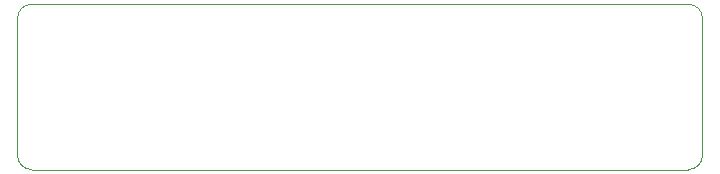
<source format=gbr>
%TF.GenerationSoftware,KiCad,Pcbnew,9.0.0*%
%TF.CreationDate,2025-03-23T00:29:21-05:00*%
%TF.ProjectId,LeakDetectionSensorV1,4c65616b-4465-4746-9563-74696f6e5365,rev?*%
%TF.SameCoordinates,Original*%
%TF.FileFunction,Profile,NP*%
%FSLAX46Y46*%
G04 Gerber Fmt 4.6, Leading zero omitted, Abs format (unit mm)*
G04 Created by KiCad (PCBNEW 9.0.0) date 2025-03-23 00:29:21*
%MOMM*%
%LPD*%
G01*
G04 APERTURE LIST*
%TA.AperFunction,Profile*%
%ADD10C,0.050000*%
%TD*%
G04 APERTURE END LIST*
D10*
X121000000Y-101000000D02*
X121000000Y-89400000D01*
X122200000Y-88200000D02*
X177800000Y-88200000D01*
X179000000Y-101000000D02*
G75*
G02*
X177800000Y-102200000I-1200000J0D01*
G01*
X177800000Y-88200000D02*
G75*
G02*
X179000000Y-89400000I0J-1200000D01*
G01*
X179000000Y-89400000D02*
X179000000Y-101000000D01*
X121000000Y-89400000D02*
G75*
G02*
X122200000Y-88200000I1200000J0D01*
G01*
X122200000Y-102200000D02*
G75*
G02*
X121000000Y-101000000I0J1200000D01*
G01*
X177800000Y-102200000D02*
X122200000Y-102200000D01*
M02*

</source>
